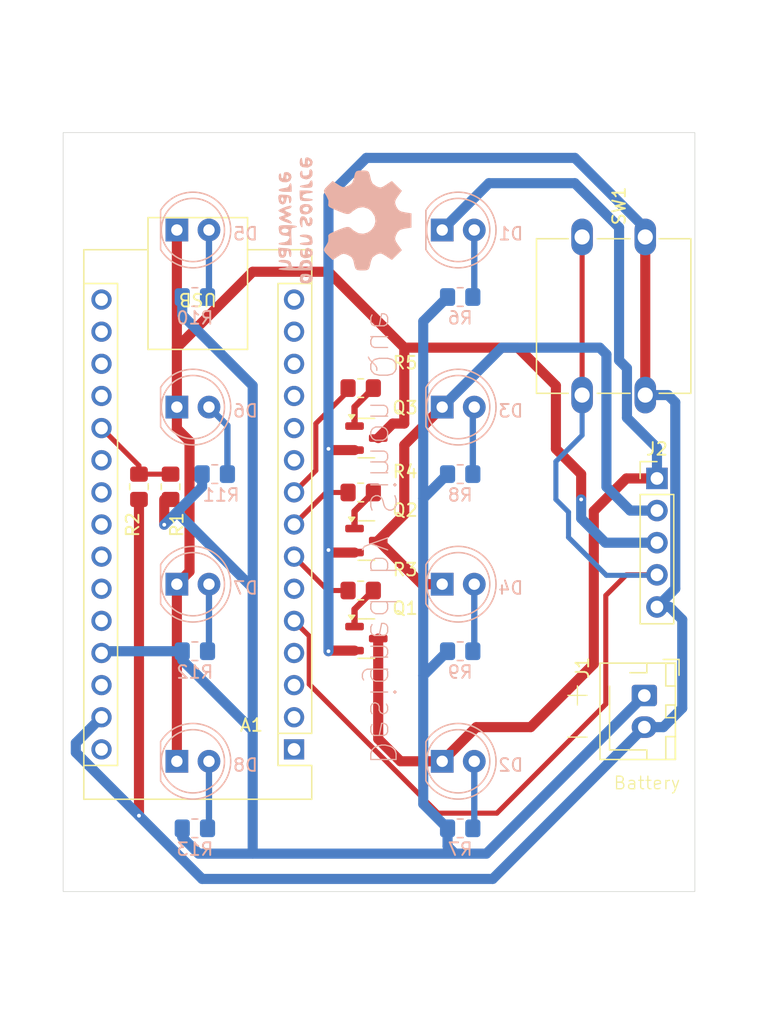
<source format=kicad_pcb>
(kicad_pcb (version 20240108) (generator "pcbnew") (generator_version "8.0")
  (layers (0 "F.Cu" signal) (31 "B.Cu" signal) (34 "B.Paste" user) (35 "F.Paste" user) (36 "B.SilkS" user "B.Silkscreen") (37 "F.SilkS" user "F.Silkscreen") (38 "B.Mask" user) (39 "F.Mask" user) (44 "Edge.Cuts" user))
  (net 0 "")
  (net 1 "+BATT")
  (net 3 "-BATT")
  (net 16 "/BAT_PIN")
  (net 18 "/HIGH_LED_PIN")
  (net 22 "/BUTTON_PIN")
  (net 24 "/LOW2_LED_PIN")
  (net 29 "Net-(Q1-G)")
  (net 30 "Net-(Q2-G)")
  (net 31 "Net-(D1-A)")
  (net 32 "Net-(D2-A)")
  (net 33 "Net-(D3-A)")
  (net 34 "Net-(D4-A)")
  (net 35 "Net-(D5-A)")
  (net 36 "Net-(D7-A)")
  (net 37 "Net-(D8-A)")
  (net 38 "/LOW1_LED_PIN")
  (net 39 "Net-(Q3-G)")
  (net 40 "/LOW1_LED")
  (net 41 "/LOW2_LED")
  (net 42 "/HIGH_LED")
  (net 43 "Net-(D6-A)")
  (footprint "Resistor_SMD:R_0805_2012Metric_Pad1.20x1.40mm_HandSolder" (layer "F.Cu") (at 164.995 78.595)
    (property "Reference" "R5" (at 3.5125 -2 0) (layer "F.SilkS"))
    (property "Value" "10k")
    (pad "1" smd roundrect (at -1 0) (size 1.2 1.4) (layers "F.Cu" "F.Paste" "F.Mask") (roundrect_rratio 0.208333) (net 18 "/HIGH_LED_PIN"))
    (pad "2" smd roundrect (at 1 0) (size 1.2 1.4) (layers "F.Cu" "F.Paste" "F.Mask") (roundrect_rratio 0.208333) (net 39 "Net-(Q3-G)"))
  )
  (footprint "MountingHole:MountingHole_3.2mm_M3_ISO14580" (layer "F.Cu") (at 188.445 115.395 90)
    (property "Reference" "REF**" (hide yes))
    (property "Value" "MountingHole_3.2mm_M3_ISO14580")
    (pad "" np_thru_hole circle (at 0 0 90) (size 3.2 3.2) (drill 3.2) (layers "*.Cu" "*.Mask"))
  )
  (footprint "Resistor_SMD:R_0805_2012Metric_Pad1.20x1.40mm_HandSolder" (layer "F.Cu") (at 149.945 86.395 90)
    (property "Reference" "R1" (at -3 0.5 90) (layer "F.SilkS"))
    (property "Value" "50k")
    (pad "1" smd roundrect (at -1 0 90) (size 1.2 1.4) (layers "F.Cu" "F.Paste" "F.Mask") (roundrect_rratio 0.208333) (net 1 "+BATT"))
    (pad "2" smd roundrect (at 1 0 90) (size 1.2 1.4) (layers "F.Cu" "F.Paste" "F.Mask") (roundrect_rratio 0.208333) (net 16 "/BAT_PIN"))
  )
  (footprint "Resistor_SMD:R_0805_2012Metric_Pad1.20x1.40mm_HandSolder" (layer "F.Cu") (at 147.445 86.395 90)
    (property "Reference" "R2" (at -3 -0.5 90) (layer "F.SilkS"))
    (property "Value" "10k")
    (pad "1" smd roundrect (at -1 0 90) (size 1.2 1.4) (layers "F.Cu" "F.Paste" "F.Mask") (roundrect_rratio 0.208333) (net 3 "-BATT"))
    (pad "2" smd roundrect (at 1 0 90) (size 1.2 1.4) (layers "F.Cu" "F.Paste" "F.Mask") (roundrect_rratio 0.208333) (net 16 "/BAT_PIN"))
  )
  (footprint "Module:Arduino_Nano" (layer "F.Cu") (at 159.72 107.155 180)
    (property "Reference" "A1" (at 3.37 1.92 0) (layer "F.SilkS"))
    (property "Value" "Arduino_Nano_v3.x")
    (fp_text user "USB" (at 7.62 35.56 180) (layer "F.SilkS"))
    (pad "1" thru_hole rect (at 0 0 180) (size 1.6 1.6) (drill 1) (layers "*.Cu" "*.Mask"))
    (pad "2" thru_hole oval (at 0 2.54 180) (size 1.6 1.6) (drill 1) (layers "*.Cu" "*.Mask"))
    (pad "3" thru_hole oval (at 0 5.08 180) (size 1.6 1.6) (drill 1) (layers "*.Cu" "*.Mask"))
    (pad "4" thru_hole oval (at 0 7.62 180) (size 1.6 1.6) (drill 1) (layers "*.Cu" "*.Mask") (net 3 "-BATT"))
    (pad "5" thru_hole oval (at 0 10.16 180) (size 1.6 1.6) (drill 1) (layers "*.Cu" "*.Mask") (net 22 "/BUTTON_PIN"))
    (pad "6" thru_hole oval (at 0 12.7 180) (size 1.6 1.6) (drill 1) (layers "*.Cu" "*.Mask"))
    (pad "7" thru_hole oval (at 0 15.24 180) (size 1.6 1.6) (drill 1) (layers "*.Cu" "*.Mask") (net 38 "/LOW1_LED_PIN"))
    (pad "8" thru_hole oval (at 0 17.78 180) (size 1.6 1.6) (drill 1) (layers "*.Cu" "*.Mask") (net 24 "/LOW2_LED_PIN"))
    (pad "9" thru_hole oval (at 0 20.32 180) (size 1.6 1.6) (drill 1) (layers "*.Cu" "*.Mask") (net 18 "/HIGH_LED_PIN"))
    (pad "10" thru_hole oval (at 0 22.86 180) (size 1.6 1.6) (drill 1) (layers "*.Cu" "*.Mask"))
    (pad "11" thru_hole oval (at 0 25.4 180) (size 1.6 1.6) (drill 1) (layers "*.Cu" "*.Mask"))
    (pad "12" thru_hole oval (at 0 27.94 180) (size 1.6 1.6) (drill 1) (layers "*.Cu" "*.Mask"))
    (pad "13" thru_hole oval (at 0 30.48 180) (size 1.6 1.6) (drill 1) (layers "*.Cu" "*.Mask"))
    (pad "14" thru_hole oval (at 0 33.02 180) (size 1.6 1.6) (drill 1) (layers "*.Cu" "*.Mask"))
    (pad "15" thru_hole oval (at 0 35.56 180) (size 1.6 1.6) (drill 1) (layers "*.Cu" "*.Mask"))
    (pad "16" thru_hole oval (at 15.24 35.56 180) (size 1.6 1.6) (drill 1) (layers "*.Cu" "*.Mask"))
    (pad "17" thru_hole oval (at 15.24 33.02 180) (size 1.6 1.6) (drill 1) (layers "*.Cu" "*.Mask"))
    (pad "18" thru_hole oval (at 15.24 30.48 180) (size 1.6 1.6) (drill 1) (layers "*.Cu" "*.Mask"))
    (pad "19" thru_hole oval (at 15.24 27.94 180) (size 1.6 1.6) (drill 1) (layers "*.Cu" "*.Mask"))
    (pad "20" thru_hole oval (at 15.24 25.4 180) (size 1.6 1.6) (drill 1) (layers "*.Cu" "*.Mask") (net 16 "/BAT_PIN"))
    (pad "21" thru_hole oval (at 15.24 22.86 180) (size 1.6 1.6) (drill 1) (layers "*.Cu" "*.Mask"))
    (pad "22" thru_hole oval (at 15.24 20.32 180) (size 1.6 1.6) (drill 1) (layers "*.Cu" "*.Mask"))
    (pad "23" thru_hole oval (at 15.24 17.78 180) (size 1.6 1.6) (drill 1) (layers "*.Cu" "*.Mask"))
    (pad "24" thru_hole oval (at 15.24 15.24 180) (size 1.6 1.6) (drill 1) (layers "*.Cu" "*.Mask"))
    (pad "25" thru_hole oval (at 15.24 12.7 180) (size 1.6 1.6) (drill 1) (layers "*.Cu" "*.Mask"))
    (pad "26" thru_hole oval (at 15.24 10.16 180) (size 1.6 1.6) (drill 1) (layers "*.Cu" "*.Mask"))
    (pad "27" thru_hole oval (at 15.24 7.62 180) (size 1.6 1.6) (drill 1) (layers "*.Cu" "*.Mask") (net 1 "+BATT"))
    (pad "28" thru_hole oval (at 15.24 5.08 180) (size 1.6 1.6) (drill 1) (layers "*.Cu" "*.Mask"))
    (pad "29" thru_hole oval (at 15.24 2.54 180) (size 1.6 1.6) (drill 1) (layers "*.Cu" "*.Mask") (net 3 "-BATT"))
    (pad "30" thru_hole oval (at 15.24 0 180) (size 1.6 1.6) (drill 1) (layers "*.Cu" "*.Mask"))
  )
  (footprint "MountingHole:MountingHole_3.2mm_M3_ISO14580" (layer "F.Cu") (at 144.445 61.395 90)
    (property "Reference" "REF**" (hide yes))
    (property "Value" "MountingHole_3.2mm_M3_ISO14580")
    (pad "" np_thru_hole circle (at 0 0 90) (size 3.2 3.2) (drill 3.2) (layers "*.Cu" "*.Mask"))
  )
  (footprint "MountingHole:MountingHole_3.2mm_M3_ISO14580" (layer "F.Cu") (at 188.445 61.395 90)
    (property "Reference" "REF**" (hide yes))
    (property "Value" "MountingHole_3.2mm_M3_ISO14580")
    (pad "" np_thru_hole circle (at 0 0 90) (size 3.2 3.2) (drill 3.2) (layers "*.Cu" "*.Mask"))
  )
  (footprint "Resistor_SMD:R_0805_2012Metric_Pad1.20x1.40mm_HandSolder" (layer "F.Cu") (at 164.995 86.845)
    (property "Reference" "R4" (at 3.5125 -1.65 0) (layer "F.SilkS"))
    (property "Value" "10k")
    (pad "1" smd roundrect (at -1 0) (size 1.2 1.4) (layers "F.Cu" "F.Paste" "F.Mask") (roundrect_rratio 0.208333) (net 24 "/LOW2_LED_PIN"))
    (pad "2" smd roundrect (at 1 0) (size 1.2 1.4) (layers "F.Cu" "F.Paste" "F.Mask") (roundrect_rratio 0.208333) (net 30 "Net-(Q2-G)"))
  )
  (footprint "Connector_JST:JST_XH_B2B-XH-AM_1x02_P2.50mm_Vertical" (layer "F.Cu") (at 187.445 102.895 -90)
    (property "Reference" "J1" (at -2.2 4.9 90) (layer "F.SilkS"))
    (property "Value" "Conn_01x02")
    (pad "" np_thru_hole circle (at -1.6 2 270) (size 1.2 1.2) (drill 1.2) (layers "*.Cu" "*.Mask"))
    (pad "1" thru_hole roundrect (at 0 0 270) (size 1.7 2) (drill 1) (layers "*.Cu" "*.Mask") (roundrect_rratio 0.147059) (net 1 "+BATT"))
    (pad "2" thru_hole oval (at 2.5 0 270) (size 1.7 2) (drill 1) (layers "*.Cu" "*.Mask") (net 3 "-BATT"))
  )
  (footprint "Button_Switch_THT:SW_SPST_Omron_B3F-40xx" (layer "F.Cu") (at 182.52 79.145 90)
    (property "Reference" "SW1" (at 14.95 2.925 90) (layer "F.SilkS"))
    (property "Value" "SW_Push")
    (pad "" np_thru_hole circle (at 6.25 -2 90) (size 1.8 1.8) (drill 1.8) (layers "F&B.Cu" "*.Mask"))
    (pad "" np_thru_hole circle (at 6.25 7 90) (size 1.8 1.8) (drill 1.8) (layers "F&B.Cu" "*.Mask"))
    (pad "1" thru_hole oval (at 0 0 90) (size 2.9 1.7) (drill 1.2) (layers "*.Cu" "*.Mask") (net 22 "/BUTTON_PIN"))
    (pad "1" thru_hole oval (at 12.5 0 90) (size 2.9 1.7) (drill 1.2) (layers "*.Cu" "*.Mask") (net 22 "/BUTTON_PIN"))
    (pad "2" thru_hole oval (at 0 5 90) (size 2.9 1.7) (drill 1.2) (layers "*.Cu" "*.Mask") (net 3 "-BATT"))
    (pad "2" thru_hole oval (at 12.5 5 90) (size 2.9 1.7) (drill 1.2) (layers "*.Cu" "*.Mask") (net 3 "-BATT"))
  )
  (footprint "Package_TO_SOT_SMD:SOT-23" (layer "F.Cu") (at 165.445 90.645)
    (property "Reference" "Q2" (at 3.0625 -2.4 0) (layer "F.SilkS"))
    (property "Value" "BSS138")
    (pad "1" smd roundrect (at -0.9375 -0.95) (size 1.475 0.6) (layers "F.Cu" "F.Paste" "F.Mask") (net 30 "Net-(Q2-G)"))
    (pad "2" smd roundrect (at -0.9375 0.95) (size 1.475 0.6) (layers "F.Cu" "F.Paste" "F.Mask") (net 3 "-BATT"))
    (pad "3" smd roundrect (at 0.9375 0) (size 1.475 0.6) (layers "F.Cu" "F.Paste" "F.Mask") (net 41 "/LOW2_LED"))
  )
  (footprint "Connector_PinHeader_2.54mm:PinHeader_1x05_P2.54mm_Vertical" (layer "F.Cu") (at 188.445 85.735)
    (property "Reference" "J2" (at 0 -2.33 0) (layer "F.SilkS"))
    (property "Value" "Conn_01x05_Pin")
    (pad "1" thru_hole rect (at 0 0) (size 1.7 1.7) (drill 1) (layers "*.Cu" "*.Mask") (net 40 "/LOW1_LED"))
    (pad "2" thru_hole oval (at 0 2.54) (size 1.7 1.7) (drill 1) (layers "*.Cu" "*.Mask") (net 41 "/LOW2_LED"))
    (pad "3" thru_hole oval (at 0 5.08) (size 1.7 1.7) (drill 1) (layers "*.Cu" "*.Mask") (net 42 "/HIGH_LED"))
    (pad "4" thru_hole oval (at 0 7.62) (size 1.7 1.7) (drill 1) (layers "*.Cu" "*.Mask") (net 22 "/BUTTON_PIN"))
    (pad "5" thru_hole oval (at 0 10.16) (size 1.7 1.7) (drill 1) (layers "*.Cu" "*.Mask") (net 3 "-BATT"))
  )
  (footprint "Package_TO_SOT_SMD:SOT-23" (layer "F.Cu") (at 165.445 82.545)
    (property "Reference" "Q3" (at 3.0625 -2.4 0) (layer "F.SilkS"))
    (property "Value" "BSS138")
    (pad "1" smd roundrect (at -0.9375 -0.95) (size 1.475 0.6) (layers "F.Cu" "F.Paste" "F.Mask") (net 39 "Net-(Q3-G)"))
    (pad "2" smd roundrect (at -0.9375 0.95) (size 1.475 0.6) (layers "F.Cu" "F.Paste" "F.Mask") (net 3 "-BATT"))
    (pad "3" smd roundrect (at 0.9375 0) (size 1.475 0.6) (layers "F.Cu" "F.Paste" "F.Mask") (net 42 "/HIGH_LED"))
  )
  (footprint "Resistor_SMD:R_0805_2012Metric_Pad1.20x1.40mm_HandSolder" (layer "F.Cu") (at 164.995 94.595)
    (property "Reference" "R3" (at 3.5125 -1.65 0) (layer "F.SilkS"))
    (property "Value" "10k")
    (pad "1" smd roundrect (at -1 0) (size 1.2 1.4) (layers "F.Cu" "F.Paste" "F.Mask") (roundrect_rratio 0.208333) (net 38 "/LOW1_LED_PIN"))
    (pad "2" smd roundrect (at 1 0) (size 1.2 1.4) (layers "F.Cu" "F.Paste" "F.Mask") (roundrect_rratio 0.208333) (net 29 "Net-(Q1-G)"))
  )
  (footprint "MountingHole:MountingHole_3.2mm_M3_ISO14580" (layer "F.Cu") (at 144.445 115.395 90)
    (property "Reference" "REF**" (hide yes))
    (property "Value" "MountingHole_3.2mm_M3_ISO14580")
    (pad "" np_thru_hole circle (at 0 0 90) (size 3.2 3.2) (drill 3.2) (layers "*.Cu" "*.Mask"))
  )
  (footprint "Package_TO_SOT_SMD:SOT-23" (layer "F.Cu") (at 165.445 98.395)
    (property "Reference" "Q1" (at 3.0625 -2.4 0) (layer "F.SilkS"))
    (property "Value" "BSS138")
    (pad "1" smd roundrect (at -0.9375 -0.95) (size 1.475 0.6) (layers "F.Cu" "F.Paste" "F.Mask") (net 29 "Net-(Q1-G)"))
    (pad "2" smd roundrect (at -0.9375 0.95) (size 1.475 0.6) (layers "F.Cu" "F.Paste" "F.Mask") (net 3 "-BATT"))
    (pad "3" smd roundrect (at 0.9375 0) (size 1.475 0.6) (layers "F.Cu" "F.Paste" "F.Mask") (net 40 "/LOW1_LED"))
  )
  (footprint "LED_THT:LED_D5.0mm" (layer "B.Cu") (at 150.445 94.095)
    (property "Reference" "D7" (at 5.425 0.3 0) (layer "B.SilkS") (effects (justify mirror)))
    (property "Value" "LED")
    (pad "1" thru_hole rect (at 0 0) (size 1.8 1.8) (drill 0.9) (layers "*.Cu" "*.Mask") (net 42 "/HIGH_LED"))
    (pad "2" thru_hole circle (at 2.54 0) (size 1.8 1.8) (drill 0.9) (layers "*.Cu" "*.Mask") (net 36 "Net-(D7-A)"))
  )
  (footprint "LED_THT:LED_D5.0mm" (layer "B.Cu") (at 171.445 94.095)
    (property "Reference" "D4" (at 5.425 0.3 0) (layer "B.SilkS") (effects (justify mirror)))
    (property "Value" "LED")
    (pad "1" thru_hole rect (at 0 0) (size 1.8 1.8) (drill 0.9) (layers "*.Cu" "*.Mask") (net 41 "/LOW2_LED"))
    (pad "2" thru_hole circle (at 2.54 0) (size 1.8 1.8) (drill 0.9) (layers "*.Cu" "*.Mask") (net 34 "Net-(D4-A)"))
  )
  (footprint "Resistor_SMD:R_0805_2012Metric_Pad1.20x1.40mm_HandSolder" (layer "B.Cu") (at 153.445 85.395)
    (property "Reference" "R11" (at 0.5 1.65 0) (layer "B.SilkS") (effects (justify mirror)))
    (property "Value" "150")
    (pad "1" smd roundrect (at -1 0) (size 1.2 1.4) (layers "B.Cu" "B.Paste" "B.Mask") (roundrect_rratio 0.208333) (net 1 "+BATT"))
    (pad "2" smd roundrect (at 1 0) (size 1.2 1.4) (layers "B.Cu" "B.Paste" "B.Mask") (roundrect_rratio 0.208333) (net 43 "Net-(D6-A)"))
  )
  (footprint "LED_THT:LED_D5.0mm" (layer "B.Cu") (at 171.445 108.095)
    (property "Reference" "D2" (at 5.425 0.3 0) (layer "B.SilkS") (effects (justify mirror)))
    (property "Value" "LED")
    (pad "1" thru_hole rect (at 0 0) (size 1.8 1.8) (drill 0.9) (layers "*.Cu" "*.Mask") (net 40 "/LOW1_LED"))
    (pad "2" thru_hole circle (at 2.54 0) (size 1.8 1.8) (drill 0.9) (layers "*.Cu" "*.Mask") (net 32 "Net-(D2-A)"))
  )
  (footprint "LED_THT:LED_D5.0mm" (layer "B.Cu") (at 150.445 80.095)
    (property "Reference" "D6" (at 5.425 0.3 0) (layer "B.SilkS") (effects (justify mirror)))
    (property "Value" "LED")
    (pad "1" thru_hole rect (at 0 0) (size 1.8 1.8) (drill 0.9) (layers "*.Cu" "*.Mask") (net 42 "/HIGH_LED"))
    (pad "2" thru_hole circle (at 2.54 0) (size 1.8 1.8) (drill 0.9) (layers "*.Cu" "*.Mask") (net 43 "Net-(D6-A)"))
  )
  (footprint "LED_THT:LED_D5.0mm" (layer "B.Cu") (at 150.445 108.095)
    (property "Reference" "D8" (at 5.425 0.3 0) (layer "B.SilkS") (effects (justify mirror)))
    (property "Value" "LED")
    (pad "1" thru_hole rect (at 0 0) (size 1.8 1.8) (drill 0.9) (layers "*.Cu" "*.Mask") (net 42 "/HIGH_LED"))
    (pad "2" thru_hole circle (at 2.54 0) (size 1.8 1.8) (drill 0.9) (layers "*.Cu" "*.Mask") (net 37 "Net-(D8-A)"))
  )
  (footprint "Resistor_SMD:R_0805_2012Metric_Pad1.20x1.40mm_HandSolder" (layer "B.Cu") (at 172.87 71.395)
    (property "Reference" "R6" (at 0 1.65 0) (layer "B.SilkS") (effects (justify mirror)))
    (property "Value" "150")
    (pad "1" smd roundrect (at -1 0) (size 1.2 1.4) (layers "B.Cu" "B.Paste" "B.Mask") (roundrect_rratio 0.208333) (net 1 "+BATT"))
    (pad "2" smd roundrect (at 1 0) (size 1.2 1.4) (layers "B.Cu" "B.Paste" "B.Mask") (roundrect_rratio 0.208333) (net 31 "Net-(D1-A)"))
  )
  (footprint "LED_THT:LED_D5.0mm" (layer "B.Cu") (at 171.445 66.095)
    (property "Reference" "D1" (at 5.425 0.3 0) (layer "B.SilkS") (effects (justify mirror)))
    (property "Value" "LED")
    (pad "1" thru_hole rect (at 0 0) (size 1.8 1.8) (drill 0.9) (layers "*.Cu" "*.Mask") (net 40 "/LOW1_LED"))
    (pad "2" thru_hole circle (at 2.54 0) (size 1.8 1.8) (drill 0.9) (layers "*.Cu" "*.Mask") (net 31 "Net-(D1-A)"))
  )
  (footprint "Resistor_SMD:R_0805_2012Metric_Pad1.20x1.40mm_HandSolder" (layer "B.Cu") (at 172.87 113.395)
    (property "Reference" "R7" (at 0 1.65 0) (layer "B.SilkS") (effects (justify mirror)))
    (property "Value" "150")
    (pad "1" smd roundrect (at -1 0) (size 1.2 1.4) (layers "B.Cu" "B.Paste" "B.Mask") (roundrect_rratio 0.208333) (net 1 "+BATT"))
    (pad "2" smd roundrect (at 1 0) (size 1.2 1.4) (layers "B.Cu" "B.Paste" "B.Mask") (roundrect_rratio 0.208333) (net 32 "Net-(D2-A)"))
  )
  (footprint "Resistor_SMD:R_0805_2012Metric_Pad1.20x1.40mm_HandSolder" (layer "B.Cu") (at 151.87 71.395)
    (property "Reference" "R10" (at 0 1.65 0) (layer "B.SilkS") (effects (justify mirror)))
    (property "Value" "150")
    (pad "1" smd roundrect (at -1 0) (size 1.2 1.4) (layers "B.Cu" "B.Paste" "B.Mask") (roundrect_rratio 0.208333) (net 1 "+BATT"))
    (pad "2" smd roundrect (at 1 0) (size 1.2 1.4) (layers "B.Cu" "B.Paste" "B.Mask") (roundrect_rratio 0.208333) (net 35 "Net-(D5-A)"))
  )
  (footprint "oshw logo first library custom:oshw" (layer "B.Cu") (at 163.745 65.395 90)
    (property "Reference" "G***" (hide yes))
    (property "Value" "LOGO" (hide yes))
  )
  (footprint "LED_THT:LED_D5.0mm" (layer "B.Cu") (at 171.445 80.095)
    (property "Reference" "D3" (at 5.425 0.3 0) (layer "B.SilkS") (effects (justify mirror)))
    (property "Value" "LED")
    (pad "1" thru_hole rect (at 0 0) (size 1.8 1.8) (drill 0.9) (layers "*.Cu" "*.Mask") (net 41 "/LOW2_LED"))
    (pad "2" thru_hole circle (at 2.54 0) (size 1.8 1.8) (drill 0.9) (layers "*.Cu" "*.Mask") (net 33 "Net-(D3-A)"))
  )
  (footprint "Resistor_SMD:R_0805_2012Metric_Pad1.20x1.40mm_HandSolder" (layer "B.Cu") (at 151.87 113.395)
    (property "Reference" "R13" (at 0 1.65 0) (layer "B.SilkS") (effects (justify mirror)))
    (property "Value" "150")
    (pad "1" smd roundrect (at -1 0) (size 1.2 1.4) (layers "B.Cu" "B.Paste" "B.Mask") (roundrect_rratio 0.208333) (net 1 "+BATT"))
    (pad "2" smd roundrect (at 1 0) (size 1.2 1.4) (layers "B.Cu" "B.Paste" "B.Mask") (roundrect_rratio 0.208333) (net 37 "Net-(D8-A)"))
  )
  (footprint "Resistor_SMD:R_0805_2012Metric_Pad1.20x1.40mm_HandSolder" (layer "B.Cu") (at 151.87 99.395)
    (property "Reference" "R12" (at 0 1.65 0) (layer "B.SilkS") (effects (justify mirror)))
    (property "Value" "150")
    (pad "1" smd roundrect (at -1 0) (size 1.2 1.4) (layers "B.Cu" "B.Paste" "B.Mask") (roundrect_rratio 0.208333) (net 1 "+BATT"))
    (pad "2" smd roundrect (at 1 0) (size 1.2 1.4) (layers "B.Cu" "B.Paste" "B.Mask") (roundrect_rratio 0.208333) (net 36 "Net-(D7-A)"))
  )
  (footprint "Resistor_SMD:R_0805_2012Metric_Pad1.20x1.40mm_HandSolder" (layer "B.Cu") (at 172.87 99.395)
    (property "Reference" "R9" (at 0 1.65 0) (layer "B.SilkS") (effects (justify mirror)))
    (property "Value" "150")
    (pad "1" smd roundrect (at -1 0) (size 1.2 1.4) (layers "B.Cu" "B.Paste" "B.Mask") (roundrect_rratio 0.208333) (net 1 "+BATT"))
    (pad "2" smd roundrect (at 1 0) (size 1.2 1.4) (layers "B.Cu" "B.Paste" "B.Mask") (roundrect_rratio 0.208333) (net 34 "Net-(D4-A)"))
  )
  (footprint "LED_THT:LED_D5.0mm" (layer "B.Cu") (at 150.445 66.095)
    (property "Reference" "D5" (at 5.425 0.3 0) (layer "B.SilkS") (effects (justify mirror)))
    (property "Value" "LED")
    (pad "1" thru_hole rect (at 0 0) (size 1.8 1.8) (drill 0.9) (layers "*.Cu" "*.Mask") (net 42 "/HIGH_LED"))
    (pad "2" thru_hole circle (at 2.54 0) (size 1.8 1.8) (drill 0.9) (layers "*.Cu" "*.Mask") (net 35 "Net-(D5-A)"))
  )
  (footprint "Resistor_SMD:R_0805_2012Metric_Pad1.20x1.40mm_HandSolder" (layer "B.Cu") (at 172.87 85.395)
    (property "Reference" "R8" (at 0 1.65 0) (layer "B.SilkS") (effects (justify mirror)))
    (property "Value" "150")
    (pad "1" smd roundrect (at -1 0) (size 1.2 1.4) (layers "B.Cu" "B.Paste" "B.Mask") (roundrect_rratio 0.208333) (net 1 "+BATT"))
    (pad "2" smd roundrect (at 1 0) (size 1.2 1.4) (layers "B.Cu" "B.Paste" "B.Mask") (roundrect_rratio 0.208333) (net 33 "Net-(D3-A)"))
  )
  (gr_rect (start 141.445 58.395) (end 191.445 118.395) (stroke (width 0.05)) (fill none) (layer "Edge.Cuts"))
  (gr_text "Designed by Simon Que" (at 165.545 108.495 270) (layer "B.SilkS") (effects (font (size 2 2) (thickness 0.1)) (justify left bottom mirror)))
  (gr_text "-" (at 180.845 107.195 0) (layer "F.SilkS") (effects (font (size 2 2) (thickness 0.1)) (justify left bottom)))
  (gr_text "Battery" (at 184.945 110.395 0) (layer "F.SilkS") (effects (font (size 1 1) (thickness 0.1)) (justify left bottom)))
  (gr_text "+" (at 180.845 103.895 0) (layer "F.SilkS") (effects (font (size 2 2) (thickness 0.1)) (justify left bottom)))
  (segment (start 149.445 87.395) (end 149.445 89.395) (width 0.8) (layer "F.Cu") (net 1))
  (via (at 149.445 89.395) (size 0.6) (drill 0.3) (layers "F.Cu" "B.Cu") (net 1))
  (segment (start 156.445 94.395) (end 150.445 88.395) (width 0.8) (layer "B.Cu") (net 1))
  (segment (start 156.445 105.67) (end 150.87 100.095) (width 0.8) (layer "B.Cu") (net 1))
  (segment (start 156.445 105.67) (end 156.445 94.395) (width 0.8) (layer "B.Cu") (net 1))
  (segment (start 150.87 114.095) (end 150.87 113.395) (width 0.8) (layer "B.Cu") (net 1))
  (segment (start 171.87 113.395) (end 169.945 111.47) (width 0.8) (layer "B.Cu") (net 1))
  (segment (start 144.62 99.395) (end 144.48 99.535) (width 0.8) (layer "B.Cu") (net 1))
  (segment (start 156.445 115.395) (end 156.445 105.67) (width 0.8) (layer "B.Cu") (net 1))
  (segment (start 169.945 87.32) (end 171.87 85.395) (width 0.8) (layer "B.Cu") (net 1))
  (segment (start 156.445 78.395) (end 156.445 94.395) (width 0.8) (layer "B.Cu") (net 1))
  (segment (start 172.445 115.395) (end 156.445 115.395) (width 0.8) (layer "B.Cu") (net 1))
  (segment (start 150.87 99.395) (end 144.62 99.395) (width 0.8) (layer "B.Cu") (net 1))
  (segment (start 150.87 72.82) (end 156.445 78.395) (width 0.8) (layer "B.Cu") (net 1))
  (segment (start 150.445 88.395) (end 149.445 89.395) (width 0.8) (layer "B.Cu") (net 1))
  (segment (start 187.445 102.895) (end 174.945 115.395) (width 0.8) (layer "B.Cu") (net 1))
  (segment (start 152.445 85.395) (end 152.445 86.395) (width 0.8) (layer "B.Cu") (net 1))
  (segment (start 150.87 100.095) (end 150.87 99.395) (width 0.8) (layer "B.Cu") (net 1))
  (segment (start 169.945 87.32) (end 169.945 73.32) (width 0.8) (layer "B.Cu") (net 1))
  (segment (start 171.87 113.395) (end 171.87 114.82) (width 0.8) (layer "B.Cu") (net 1))
  (segment (start 169.945 111.47) (end 169.945 101.32) (width 0.8) (layer "B.Cu") (net 1))
  (segment (start 174.945 115.395) (end 172.445 115.395) (width 0.8) (layer "B.Cu") (net 1))
  (segment (start 169.945 101.32) (end 171.87 99.395) (width 0.8) (layer "B.Cu") (net 1))
  (segment (start 169.945 73.32) (end 171.87 71.395) (width 0.8) (layer "B.Cu") (net 1))
  (segment (start 150.87 71.395) (end 150.87 72.82) (width 0.8) (layer "B.Cu") (net 1))
  (segment (start 169.945 101.32) (end 169.945 87.32) (width 0.8) (layer "B.Cu") (net 1))
  (segment (start 152.445 86.395) (end 150.445 88.395) (width 0.8) (layer "B.Cu") (net 1))
  (segment (start 156.445 115.395) (end 152.17 115.395) (width 0.8) (layer "B.Cu") (net 1))
  (segment (start 152.17 115.395) (end 150.87 114.095) (width 0.8) (layer "B.Cu") (net 1))
  (segment (start 171.87 114.82) (end 172.445 115.395) (width 0.8) (layer "B.Cu") (net 1))
  (segment (start 164.5075 99.345) (end 162.495 99.345) (width 0.8) (layer "F.Cu") (net 3))
  (segment (start 147.445 112.395) (end 147.445 87.395) (width 0.8) (layer "F.Cu") (net 3))
  (segment (start 162.645 91.595) (end 162.445 91.395) (width 0.8) (layer "F.Cu") (net 3))
  (segment (start 164.5075 91.595) (end 162.645 91.595) (width 0.8) (layer "F.Cu") (net 3))
  (segment (start 162.495 99.345) (end 162.445 99.395) (width 0.8) (layer "F.Cu") (net 3))
  (segment (start 162.545 83.495) (end 162.445 83.395) (width 0.8) (layer "F.Cu") (net 3))
  (segment (start 164.5075 83.495) (end 162.545 83.495) (width 0.8) (layer "F.Cu") (net 3))
  (segment (start 187.52 66.645) (end 187.52 79.145) (width 0.8) (layer "F.Cu") (net 3))
  (via (at 162.445 83.395) (size 0.6) (drill 0.3) (layers "F.Cu" "B.Cu") (net 3))
  (via (at 147.445 112.395) (size 0.6) (drill 0.3) (layers "F.Cu" "B.Cu") (net 3))
  (via (at 162.445 99.395) (size 0.6) (drill 0.3) (layers "F.Cu" "B.Cu") (net 3))
  (via (at 162.445 91.395) (size 0.6) (drill 0.3) (layers "F.Cu" "B.Cu") (net 3))
  (segment (start 162.445 83.395) (end 162.445 91.395) (width 0.8) (layer "B.Cu") (net 3))
  (segment (start 147.445 112.395) (end 142.445 107.395) (width 0.8) (layer "B.Cu") (net 3))
  (segment (start 181.945 60.395) (end 165.445 60.395) (width 0.8) (layer "B.Cu") (net 3))
  (segment (start 147.445 112.395) (end 152.445 117.395) (width 0.8) (layer "B.Cu") (net 3))
  (segment (start 165.445 60.395) (end 162.445 63.395) (width 0.8) (layer "B.Cu") (net 3))
  (segment (start 189.895 79.72) (end 189.32 79.145) (width 0.8) (layer "B.Cu") (net 3))
  (segment (start 142.445 107.395) (end 142.445 106.65) (width 0.8) (layer "B.Cu") (net 3))
  (segment (start 188.445 95.895) (end 189.895 94.445) (width 0.8) (layer "B.Cu") (net 3))
  (segment (start 152.445 117.395) (end 175.445 117.395) (width 0.8) (layer "B.Cu") (net 3))
  (segment (start 187.52 66.645) (end 187.52 65.97) (width 0.8) (layer "B.Cu") (net 3))
  (segment (start 162.445 63.395) (end 162.445 83.395) (width 0.8) (layer "B.Cu") (net 3))
  (segment (start 142.445 106.65) (end 144.48 104.615) (width 0.8) (layer "B.Cu") (net 3))
  (segment (start 189.895 94.445) (end 189.895 79.72) (width 0.8) (layer "B.Cu") (net 3))
  (segment (start 187.445 105.395) (end 188.945 105.395) (width 0.8) (layer "B.Cu") (net 3))
  (segment (start 175.445 117.395) (end 187.445 105.395) (width 0.8) (layer "B.Cu") (net 3))
  (segment (start 187.52 65.97) (end 181.945 60.395) (width 0.8) (layer "B.Cu") (net 3))
  (segment (start 162.445 91.395) (end 162.445 99.395) (width 0.8) (layer "B.Cu") (net 3))
  (segment (start 189.445 95.895) (end 188.445 95.895) (width 0.8) (layer "B.Cu") (net 3))
  (segment (start 189.32 79.145) (end 187.52 79.145) (width 0.8) (layer "B.Cu") (net 3))
  (segment (start 190.445 103.895) (end 190.445 96.895) (width 0.8) (layer "B.Cu") (net 3))
  (segment (start 190.445 96.895) (end 189.445 95.895) (width 0.8) (layer "B.Cu") (net 3))
  (segment (start 188.945 105.395) (end 190.445 103.895) (width 0.8) (layer "B.Cu") (net 3))
  (segment (start 149.445 85.395) (end 147.445 85.395) (width 0.4) (layer "F.Cu") (net 16))
  (segment (start 147.445 84.72) (end 144.48 81.755) (width 0.4) (layer "F.Cu") (net 16))
  (segment (start 147.445 85.395) (end 147.445 84.72) (width 0.4) (layer "F.Cu") (net 16))
  (segment (start 161.445 81.395) (end 163.995 78.845) (width 0.4) (layer "F.Cu") (net 18))
  (segment (start 163.995 78.845) (end 163.995 78.595) (width 0.4) (layer "F.Cu") (net 18))
  (segment (start 161.445 85.11) (end 161.445 81.395) (width 0.4) (layer "F.Cu") (net 18))
  (segment (start 159.72 86.835) (end 161.445 85.11) (width 0.4) (layer "F.Cu") (net 18))
  (segment (start 175.77637 112.195) (end 184.395 103.57637) (width 0.4) (layer "F.Cu") (net 22))
  (segment (start 159.72 96.995) (end 160.92 98.195) (width 0.4) (layer "F.Cu") (net 22))
  (segment (start 186.025 93.355) (end 188.445 93.355) (width 0.4) (layer "F.Cu") (net 22))
  (segment (start 182.52 66.645) (end 182.52 79.145) (width 0.4) (layer "F.Cu") (net 22))
  (segment (start 171.11363 112.195) (end 175.77637 112.195) (width 0.4) (layer "F.Cu") (net 22))
  (segment (start 160.92 98.195) (end 160.92 102.00137) (width 0.4) (layer "F.Cu") (net 22))
  (segment (start 184.395 94.985) (end 186.025 93.355) (width 0.4) (layer "F.Cu") (net 22))
  (segment (start 160.92 102.00137) (end 171.11363 112.195) (width 0.4) (layer "F.Cu") (net 22))
  (segment (start 184.395 103.57637) (end 184.395 94.985) (width 0.4) (layer "F.Cu") (net 22))
  (segment (start 180.445 84.395) (end 180.445 87.395) (width 0.4) (layer "B.Cu") (net 22))
  (segment (start 181.445 90.395) (end 184.445 93.395) (width 0.4) (layer "B.Cu") (net 22))
  (segment (start 188.405 93.395) (end 188.445 93.355) (width 0.4) (layer "B.Cu") (net 22))
  (segment (start 182.52 82.32) (end 180.445 84.395) (width 0.4) (layer "B.Cu") (net 22))
  (segment (start 181.445 88.395) (end 181.445 90.395) (width 0.4) (layer "B.Cu") (net 22))
  (segment (start 180.445 87.395) (end 181.445 88.395) (width 0.4) (layer "B.Cu") (net 22))
  (segment (start 182.52 79.145) (end 182.52 82.32) (width 0.4) (layer "B.Cu") (net 22))
  (segment (start 184.445 93.395) (end 188.405 93.395) (width 0.4) (layer "B.Cu") (net 22))
  (segment (start 163.995 86.845) (end 162.25 86.845) (width 0.4) (layer "F.Cu") (net 24))
  (segment (start 162.25 86.845) (end 159.72 89.375) (width 0.4) (layer "F.Cu") (net 24))
  (segment (start 164.5075 96.0825) (end 165.995 94.595) (width 0.5) (layer "F.Cu") (net 29))
  (segment (start 164.5075 97.445) (end 164.5075 96.0825) (width 0.5) (layer "F.Cu") (net 29))
  (segment (start 164.5075 89.695) (end 164.5075 88.3325) (width 0.5) (layer "F.Cu") (net 30))
  (segment (start 164.5075 88.3325) (end 165.995 86.845) (width 0.5) (layer "F.Cu") (net 30))
  (segment (start 173.985 71.28) (end 173.87 71.395) (width 0.5) (layer "B.Cu") (net 31))
  (segment (start 173.985 66.095) (end 173.985 71.28) (width 0.5) (layer "B.Cu") (net 31))
  (segment (start 173.985 108.095) (end 173.985 113.28) (width 0.5) (layer "B.Cu") (net 32))
  (segment (start 173.985 113.28) (end 173.87 113.395) (width 0.5) (layer "B.Cu") (net 32))
  (segment (start 173.87 85.395) (end 173.87 80.21) (width 0.5) (layer "B.Cu") (net 33))
  (segment (start 173.87 80.21) (end 173.985 80.095) (width 0.5) (layer "B.Cu") (net 33))
  (segment (start 173.985 94.095) (end 173.985 99.28) (width 0.5) (layer "B.Cu") (net 34))
  (segment (start 173.985 99.28) (end 173.87 99.395) (width 0.5) (layer "B.Cu") (net 34))
  (segment (start 152.985 66.095) (end 152.985 71.28) (width 0.5) (layer "B.Cu") (net 35))
  (segment (start 152.985 71.28) (end 152.87 71.395) (width 0.5) (layer "B.Cu") (net 35))
  (segment (start 152.985 94.095) (end 152.985 99.28) (width 0.5) (layer "B.Cu") (net 36))
  (segment (start 152.985 99.28) (end 152.87 99.395) (width 0.5) (layer "B.Cu") (net 36))
  (segment (start 152.985 108.095) (end 152.985 113.28) (width 0.5) (layer "B.Cu") (net 37))
  (segment (start 152.985 113.28) (end 152.87 113.395) (width 0.5) (layer "B.Cu") (net 37))
  (segment (start 162.4 94.595) (end 159.72 91.915) (width 0.4) (layer "F.Cu") (net 38))
  (segment (start 163.995 94.595) (end 162.4 94.595) (width 0.4) (layer "F.Cu") (net 38))
  (segment (start 164.5075 81.595) (end 164.5075 80.0825) (width 0.5) (layer "F.Cu") (net 39))
  (segment (start 164.5075 80.0825) (end 165.995 78.595) (width 0.5) (layer "F.Cu") (net 39))
  (segment (start 183.445 88.315) (end 186.025 85.735) (width 0.8) (layer "F.Cu") (net 40))
  (segment (start 178.445 105.395) (end 183.445 100.395) (width 0.8) (layer "F.Cu") (net 40))
  (segment (start 174.145 105.395) (end 178.445 105.395) (width 0.8) (layer "F.Cu") (net 40))
  (segment (start 168.145 108.095) (end 171.445 108.095) (width 0.8) (layer "F.Cu") (net 40))
  (segment (start 166.3825 98.395) (end 166.3825 106.3325) (width 0.8) (layer "F.Cu") (net 40))
  (segment (start 183.445 100.395) (end 183.445 88.315) (width 0.8) (layer "F.Cu") (net 40))
  (segment (start 171.445 108.095) (end 174.145 105.395) (width 0.8) (layer "F.Cu") (net 40))
  (segment (start 186.025 85.735) (end 188.445 85.735) (width 0.8) (layer "F.Cu") (net 40))
  (segment (start 166.3825 106.3325) (end 168.145 108.095) (width 0.8) (layer "F.Cu") (net 40))
  (segment (start 185.445 65.895) (end 181.945 62.395) (width 0.8) (layer "B.Cu") (net 40))
  (segment (start 175.145 62.395) (end 171.445 66.095) (width 0.8) (layer "B.Cu") (net 40))
  (segment (start 188.445 85.735) (end 188.445 83.315) (width 0.8) (layer "B.Cu") (net 40))
  (segment (start 186.07 80.94) (end 186.07 77.02) (width 0.8) (layer "B.Cu") (net 40))
  (segment (start 185.445 76.395) (end 185.445 65.895) (width 0.8) (layer "B.Cu") (net 40))
  (segment (start 188.445 83.315) (end 186.07 80.94) (width 0.8) (layer "B.Cu") (net 40))
  (segment (start 181.945 62.395) (end 175.145 62.395) (width 0.8) (layer "B.Cu") (net 40))
  (segment (start 186.07 77.02) (end 185.445 76.395) (width 0.8) (layer "B.Cu") (net 40))
  (segment (start 168.445 88.5825) (end 166.3825 90.645) (width 0.8) (layer "F.Cu") (net 41))
  (segment (start 168.445 83.095) (end 168.445 88.5825) (width 0.8) (layer "F.Cu") (net 41))
  (segment (start 171.445 80.095) (end 168.445 83.095) (width 0.8) (layer "F.Cu") (net 41))
  (segment (start 171.445 94.095) (end 169.8325 94.095) (width 0.8) (layer "F.Cu") (net 41))
  (segment (start 169.8325 94.095) (end 166.3825 90.645) (width 0.8) (layer "F.Cu") (net 41))
  (segment (start 188.445 88.275) (end 186.325 88.275) (width 0.8) (layer "B.Cu") (net 41))
  (segment (start 186.325 88.275) (end 184.445 86.395) (width 0.8) (layer "B.Cu") (net 41))
  (segment (start 184.445 75.927969) (end 183.912031 75.395) (width 0.8) (layer "B.Cu") (net 41))
  (segment (start 176.145 75.395) (end 171.445 80.095) (width 0.8) (layer "B.Cu") (net 41))
  (segment (start 183.912031 75.395) (end 176.145 75.395) (width 0.8) (layer "B.Cu") (net 41))
  (segment (start 184.445 86.395) (end 184.445 75.927969) (width 0.8) (layer "B.Cu") (net 41))
  (segment (start 162.445 69.395) (end 156.445 69.395) (width 0.8) (layer "F.Cu") (net 42))
  (segment (start 180.445 78.395) (end 177.445 75.395) (width 0.8) (layer "F.Cu") (net 42))
  (segment (start 150.445 79.395) (end 150.445 81.795) (width 0.8) (layer "F.Cu") (net 42))
  (segment (start 162.445 69.395) (end 168.445 75.395) (width 0.8) (layer "F.Cu") (net 42))
  (segment (start 150.445 81.795) (end 151.445 82.795) (width 0.8) (layer "F.Cu") (net 42))
  (segment (start 150.445 79.395) (end 150.445 80.095) (width 0.8) (layer "F.Cu") (net 42))
  (segment (start 168.445 81.395) (end 167.5325 81.395) (width 0.8) (layer "F.Cu") (net 42))
  (segment (start 168.445 75.395) (end 168.445 81.395) (width 0.8) (layer "F.Cu") (net 42))
  (segment (start 167.5325 81.395) (end 166.3825 82.545) (width 0.8) (layer "F.Cu") (net 42))
  (segment (start 151.445 93.095) (end 150.445 94.095) (width 0.8) (layer "F.Cu") (net 42))
  (segment (start 151.445 82.795) (end 151.445 93.095) (width 0.8) (layer "F.Cu") (net 42))
  (segment (start 182.445 87.395) (end 182.445 85.395) (width 0.8) (layer "F.Cu") (net 42))
  (segment (start 150.445 108.095) (end 150.445 94.095) (width 0.8) (layer "F.Cu") (net 42))
  (segment (start 177.445 75.395) (end 168.445 75.395) (width 0.8) (layer "F.Cu") (net 42))
  (segment (start 180.445 83.395) (end 180.445 78.395) (width 0.8) (layer "F.Cu") (net 42))
  (segment (start 156.445 69.395) (end 150.445 75.395) (width 0.8) (layer "F.Cu") (net 42))
  (segment (start 182.445 85.395) (end 180.445 83.395) (width 0.8) (layer "F.Cu") (net 42))
  (segment (start 150.445 75.395) (end 150.445 79.395) (width 0.8) (layer "F.Cu") (net 42))
  (segment (start 150.445 66.095) (end 150.445 75.395) (width 0.8) (layer "F.Cu") (net 42))
  (via (at 182.445 87.395) (size 0.6) (drill 0.3) (layers "F.Cu" "B.Cu") (net 42))
  (segment (start 182.445 88.895) (end 182.445 87.395) (width 0.8) (layer "B.Cu") (net 42))
  (segment (start 188.445 90.815) (end 184.365 90.815) (width 0.8) (layer "B.Cu") (net 42))
  (segment (start 184.365 90.815) (end 182.445 88.895) (width 0.8) (layer "B.Cu") (net 42))
  (segment (start 154.445 81.555) (end 154.445 85.395) (width 0.5) (layer "B.Cu") (net 43))
  (segment (start 152.985 80.095) (end 154.445 81.555) (width 0.5) (layer "B.Cu") (net 43))
)
</source>
